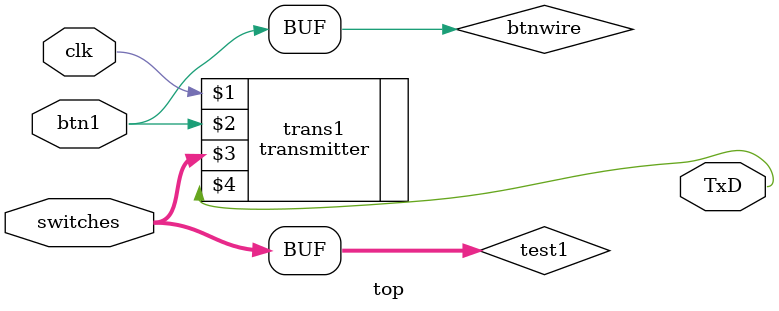
<source format=v>
`timescale 1ns / 1ps
module top(
input [7:0]switches,
input btn1,
input clk,
output TxD
); 

wire [7:0] test1;
assign test1 = switches;

assign btnwire = btn1;
transmitter trans1 (
    clk,
    btnwire,
    test1,
    TxD
    );


endmodule

</source>
